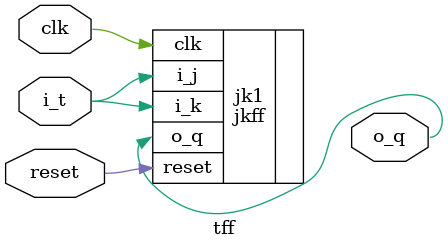
<source format=sv>
`include "jkff.sv"
module tff(
	clk,
	reset,
	i_t,
	o_q
	);
	
input logic clk;
input logic reset;
input logic i_t;
output logic o_q;

jkff jk1 (
	.clk(clk),
	.reset(reset),
	.i_j(i_t),
	.i_k(i_t),
	.o_q(o_q)
	);
	
endmodule

</source>
